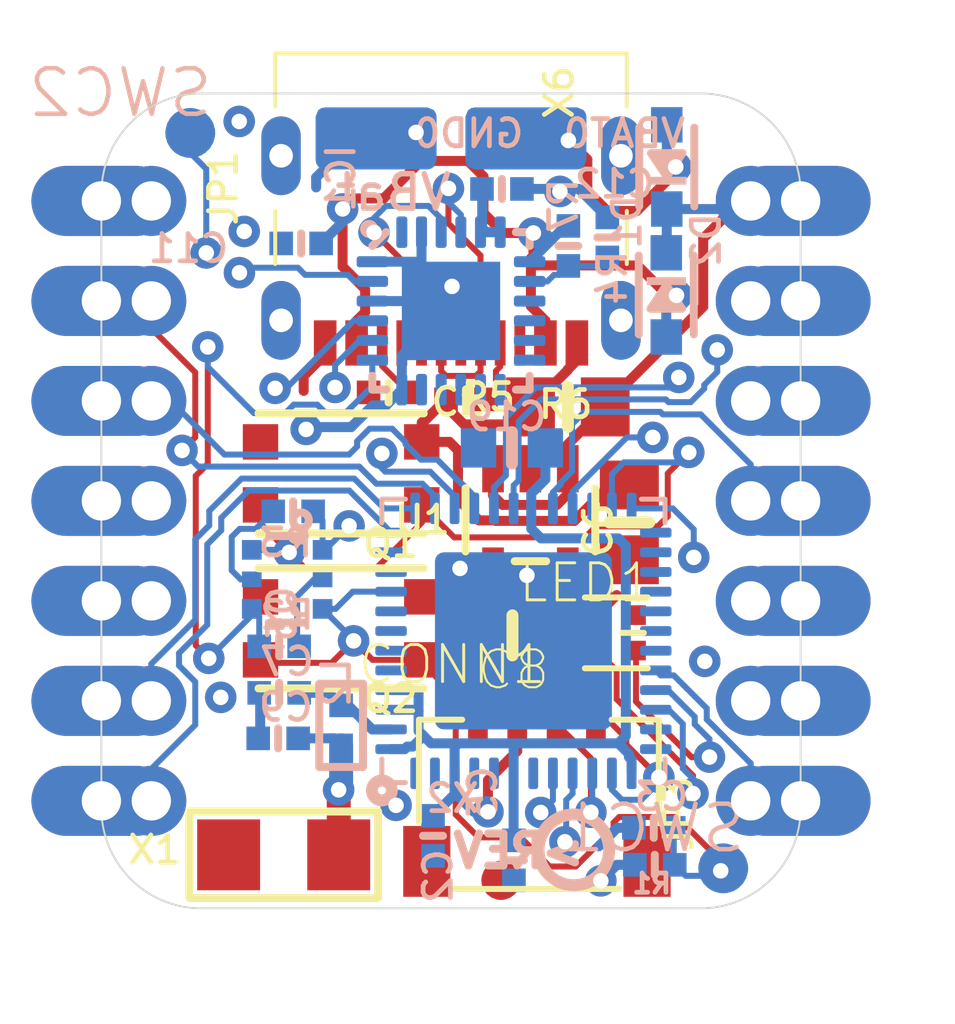
<source format=kicad_pcb>
(kicad_pcb (version 20211014) (generator pcbnew)
  (layers (0 "F.Cu" signal) (1 "In1.Cu" signal) (2 "In2.Cu" signal) (31 "B.Cu" signal) (34 "B.Paste" user) (35 "F.Paste" user) (36 "B.SilkS" user "B.Silkscreen") (37 "F.SilkS" user "F.Silkscreen") (38 "B.Mask" user) (39 "F.Mask" user) (44 "Edge.Cuts" user))
  (net 0 "")
  (net 1 "GND")
  (net 2 "D+")
  (net 3 "D-")
  (net 4 "VBUS")
  (net 5 "~{RESET}")
  (net 6 "3.3V")
  (net 7 "A0")
  (net 8 "CC1")
  (net 9 "CC2")
  (net 10 "A3")
  (net 11 "MOSI")
  (net 12 "MISO")
  (net 13 "SCK")
  (net 14 "SDA")
  (net 15 "A2")
  (net 16 "A1")
  (net 17 "SCL")
  (net 18 "NEOPIX")
  (net 19 "+5V")
  (net 20 "LNA")
  (net 21 "N$3")
  (net 22 "IO0")
  (net 23 "SDA1")
  (net 24 "SCL1")
  (net 25 "NEOPIX_PWR")
  (net 26 "TX")
  (net 27 "RX")
  (net 28 "VBAT")
  (net 29 "DTR")
  (net 30 "VBUS_DETECT")
  (net 31 "RXD0")
  (net 32 "TXD0")
  (net 33 "RTS")
  (net 34 "N$12")
  (net 35 "N$13")
  (net 36 "N$1")
  (footprint "boardEagle:USB_C_CUSB31-CFM2AX-01-X" (layer "F.Cu") (at 148.5011 97.4471 180)
    (fp_text reference "X6")
    (fp_text value "USB TYPE C")
  )
  (footprint "boardEagle:0805-NO" (layer "F.Cu") (at 153.035 105.5497 90)
    (fp_text reference "C6")
    (fp_text value "22uF")
  )
  (footprint "boardEagle:JST_SH4_SKINNY" (layer "F.Cu") (at 150.6855 112.776)
    (fp_text reference "CONN1")
    (fp_text value "STEMMA_I2C_QTSKINNY" hide)
  )
  (footprint "boardEagle:BTN_KMR2_4.6X2.8" (layer "F.Cu") (at 145.7071 104.3051 180)
    (fp_text reference "Q1")
    (fp_text value "BOOT0")
  )
  (footprint "boardEagle:FIDUCIAL_1MM" (layer "F.Cu") (at 145.8087 95.8596)
    (fp_text reference "U$6" hide)
    (fp_text value "FIDUCIAL_1MM" hide)
  )
  (footprint "boardEagle:FIDUCIAL_1MM" (layer "F.Cu") (at 149.7711 114.6429)
    (fp_text reference "U$8" hide)
    (fp_text value "FIDUCIAL_1MM" hide)
  )
  (footprint "boardEagle:1X07_CASTEL" (layer "F.Cu") (at 156.1211 105.0036 90)
    (fp_text reference "JP3")
    (fp_text value "")
  )
  (footprint "boardEagle:SK6805_1515" (layer "F.Cu") (at 152.7048 108.3564)
    (fp_text reference "LED1")
    (fp_text value "WS2812B_SK6805_1515")
  )
  (footprint "boardEagle:ANT_2450AT18B100" (layer "F.Cu") (at 144.2466 113.9952 180)
    (fp_text reference "X1")
    (fp_text value "2.4GHz")
  )
  (footprint "boardEagle:_0402NO" (layer "F.Cu") (at 148.8821 102.4255)
    (fp_text reference "R6")
    (fp_text value "5.1K")
  )
  (footprint "boardEagle:_0402NO" (layer "F.Cu") (at 146.9136 102.2477)
    (fp_text reference "R5")
    (fp_text value "5.1K")
  )
  (footprint "boardEagle:1X07_CASTEL" (layer "F.Cu") (at 140.8811 105.0036 -90)
    (fp_text reference "JP1")
    (fp_text value "")
  )
  (footprint "boardEagle:0805-NO" (layer "F.Cu") (at 150.0632 108.4199 180)
    (fp_text reference "C8")
    (fp_text value "22uF")
  )
  (footprint "boardEagle:0805-NO" (layer "F.Cu") (at 151.4729 102.616 180)
    (fp_text reference "C1")
    (fp_text value "22uF")
  )
  (footprint "boardEagle:SOT23-5" (layer "F.Cu") (at 150.5204 105.4862 180)
    (fp_text reference "U1")
    (fp_text value "AP2112K-3.3")
  )
  (footprint "boardEagle:BTN_KMR2_4.6X2.8" (layer "F.Cu") (at 145.7071 108.2421 180)
    (fp_text reference "Q2")
    (fp_text value "reset")
  )
  (footprint "boardEagle:QTPY_ESP32_TOP" (layer "F.Cu") (at 139.6111 115.3541)
    (fp_text reference "U$22" hide)
    (fp_text value "" hide)
  )
  (footprint "boardEagle:_0402NO" (layer "B.Cu") (at 144.4879 105.2703)
    (fp_text reference "R3")
    (fp_text value "10K")
  )
  (footprint "boardEagle:QFN48_7X7" (layer "B.Cu") (at 150.3426 108.5596)
    (fp_text reference "X2")
    (fp_text value "ESP-32-PICO-V3-02")
  )
  (footprint "boardEagle:_0402NO" (layer "B.Cu") (at 144.6911 98.4631 180)
    (fp_text reference "C11")
    (fp_text value "0.1uF")
  )
  (footprint "boardEagle:_0402NO" (layer "B.Cu") (at 153.6573 113.3094 180)
    (fp_text reference "C3")
    (fp_text value "1uF")
  )
  (footprint "boardEagle:_0402NO" (layer "B.Cu") (at 144.1323 108.6993 180)
    (fp_text reference "R2")
    (fp_text value "10K")
  )
  (footprint "boardEagle:_0402NO" (layer "B.Cu") (at 153.6827 114.2492)
    (fp_text reference "R1")
    (fp_text value "10K")
  )
  (footprint "boardEagle:B1,27" (layer "B.Cu") (at 141.8717 95.6564 180)
    (fp_text reference "SWC2")
    (fp_text value "TPB1,27")
  )
  (footprint "boardEagle:_0402NO" (layer "B.Cu") (at 151.4856 98.5266 90)
    (fp_text reference "R7")
    (fp_text value "10K")
  )
  (footprint "boardEagle:SOD-323_MINI" (layer "B.Cu") (at 153.9875 96.52 90)
    (fp_text reference "D2")
    (fp_text value "  NSR0320")
  )
  (footprint "boardEagle:_0402NO" (layer "B.Cu") (at 150.1013 114.1349 -90)
    (fp_text reference "C5")
    (fp_text value ".1uF")
  )
  (footprint "boardEagle:QFN24_4MM_SMSC" (layer "B.Cu") (at 148.5011 100.1776 -90)
    (fp_text reference "IC1")
    (fp_text value "CP2102N-24")
  )
  (footprint "boardEagle:TESTPOINT_PLUS_1X3MM" (layer "B.Cu") (at 150.4061 95.7961)
    (fp_text reference "VBAT0")
    (fp_text value "")
  )
  (footprint "boardEagle:_0402NO" (layer "B.Cu") (at 152.4762 98.3107 -90)
    (fp_text reference "R4")
    (fp_text value "22K")
  )
  (footprint "boardEagle:SOT363" (layer "B.Cu") (at 144.3355 106.9975 -90)
    (fp_text reference "Q5")
    (fp_text value "DUAL NPN")
  )
  (footprint "boardEagle:QTPY_ESP32_BOT" (layer "B.Cu") (at 157.3911 115.3541 180)
    (fp_text reference "U$3" hide)
    (fp_text value "" hide)
  )
  (footprint "boardEagle:SOD-323_MINI" (layer "B.Cu") (at 153.9748 99.7712 -90)
    (fp_text reference "D1")
    (fp_text value "  NSR0320")
  )
  (footprint "boardEagle:B1,27" (layer "B.Cu") (at 155.4226 114.3381 180)
    (fp_text reference "SWC1")
    (fp_text value "TPB1,27")
  )
  (footprint "boardEagle:PCBFEAT-REV-040" (layer "B.Cu") (at 151.6253 113.8682 180)
    (fp_text reference "U$12" hide)
    (fp_text value "" hide)
  )
  (footprint "boardEagle:_0402NO" (layer "B.Cu") (at 144.1323 109.8804 180)
    (fp_text reference "C7")
    (fp_text value "1.2pF")
  )
  (footprint "boardEagle:_0402NO" (layer "B.Cu") (at 148.0439 113.5126 -90)
    (fp_text reference "C2")
    (fp_text value "1uF")
  )
  (footprint "boardEagle:_0402NO" (layer "B.Cu") (at 149.7965 97.0788)
    (fp_text reference "C12")
    (fp_text value "1uF")
  )
  (footprint "boardEagle:_0402" (layer "B.Cu") (at 145.7071 110.7059 90)
    (fp_text reference "L2")
    (fp_text value "2.2nH")
  )
  (footprint "boardEagle:TESTPOINT_MINUS_1X3MM" (layer "B.Cu") (at 146.5961 95.7961)
    (fp_text reference "GND0")
    (fp_text value "")
  )
  (footprint "boardEagle:_0402NO" (layer "B.Cu") (at 144.1069 111.0361 180)
    (fp_text reference "C9")
    (fp_text value "1.2pF")
  )
  (footprint "boardEagle:0603-NO_WIDE" (layer "B.Cu") (at 150.0505 103.6574 180)
    (fp_text reference "C19")
    (fp_text value "1uF")
  )
  (gr_arc (start 157.3911 112.8141) (mid 156.647151 114.610151) (end 154.8511 115.3541) (layer "Edge.Cuts") (width 0.05))
  (gr_line (start 157.3911 97.1931) (end 157.3911 112.8141) (layer "Edge.Cuts") (width 0.05))
  (gr_arc (start 154.8511 94.6531) (mid 156.647151 95.397049) (end 157.3911 97.1931) (layer "Edge.Cuts") (width 0.05))
  (gr_line (start 154.8511 115.3541) (end 142.1511 115.3541) (layer "Edge.Cuts") (width 0.05))
  (gr_arc (start 142.1511 115.3541) (mid 140.355049 114.610151) (end 139.6111 112.8141) (layer "Edge.Cuts") (width 0.05))
  (gr_line (start 142.1511 94.6531) (end 154.8511 94.6531) (layer "Edge.Cuts") (width 0.05))
  (gr_line (start 139.6111 112.8141) (end 139.6111 97.1931) (layer "Edge.Cuts") (width 0.05))
  (gr_arc (start 139.6111 97.1931) (mid 140.355049 95.397049) (end 142.1511 94.6531) (layer "Edge.Cuts") (width 0.05))
  (gr_text "VBat" (at 147.0279 97.1677) (layer "B.SilkS") (effects (font (size 0.87376 0.87376) (thickness 0.14224)) (justify mirror)))
  (segment (start 147.7571 103.0171) (end 147.7571 103.5051) (width 0.254) (layer "F.Cu") (net 1))
  (segment (start 148.3741 102.4255) (end 148.2852 102.5144) (width 0.254) (layer "F.Cu") (net 1))
  (segment (start 145.3011 101.2821) (end 144.7546 101.8286) (width 0.254) (layer "F.Cu") (net 1))
  (segment (start 152.5499 104.5997) (end 151.638 105.5116) (width 0.254) (layer "F.Cu") (net 1))
  (segment (start 152.7121 107.3991) (end 152.7175 107.3991) (width 0.254) (layer "F.Cu") (net 1))
  (segment (start 149.628162 105.4989) (end 149.2123 105.4989) (width 0.254) (layer "F.Cu") (net 1))
  (segment (start 151.468 101.682832) (end 150.534831 102.616) (width 0.254) (layer "F.Cu") (net 1))
  (segment (start 147.8153 102.9589) (end 147.7571 103.0171) (width 0.254) (layer "F.Cu") (net 1))
  (segment (start 148.4631 103.5051) (end 147.7571 103.5051) (width 0.254) (layer "F.Cu") (net 1))
  (segment (start 148.6789 104.9655) (end 148.6789 103.7209) (width 0.254) (layer "F.Cu") (net 1))
  (segment (start 152.2048 107.9064) (end 152.7121 107.3991) (width 0.254) (layer "F.Cu") (net 1))
  (segment (start 151.7011 101.4353) (end 151.468 101.6684) (width 0.254) (layer "F.Cu") (net 1))
  (segment (start 148.2852 102.5144) (end 147.8407 102.9589) (width 0.254) (layer "F.Cu") (net 1))
  (segment (start 148.8313 103.0605) (end 148.2852 102.5144) (width 0.254) (layer "F.Cu") (net 1))
  (segment (start 149.640862 105.5116) (end 149.628162 105.4989) (width 0.254) (layer "F.Cu") (net 1))
  (segment (start 147.8407 102.9589) (end 147.8153 102.9589) (width 0.254) (layer "F.Cu") (net 1))
  (segment (start 151.638 105.5116) (end 149.640862 105.5116) (width 0.254) (layer "F.Cu") (net 1))
  (segment (start 150.5229 102.616) (end 150.0784 103.0605) (width 0.254) (layer "F.Cu") (net 1))
  (segment (start 150.534831 102.616) (end 150.5229 102.616) (width 0.254) (layer "F.Cu") (net 1))
  (segment (start 144.7546 101.8286) (end 144.7546 102.2096) (width 0.254) (layer "F.Cu") (net 1))
  (segment (start 151.468 101.6684) (end 151.468 101.682832) (width 0.254) (layer "F.Cu") (net 1))
  (segment (start 151.7011 100.9921) (end 151.7011 101.4353) (width 0.254) (layer "F.Cu") (net 1))
  (segment (start 150.0784 103.0605) (end 148.8313 103.0605) (width 0.254) (layer "F.Cu") (net 1))
  (segment (start 153.035 104.5997) (end 152.5499 104.5997) (width 0.254) (layer "F.Cu") (net 1))
  (segment (start 145.3011 100.9921) (end 145.3011 101.2821) (width 0.254) (layer "F.Cu") (net 1))
  (segment (start 149.2123 105.4989) (end 148.6789 104.9655) (width 0.254) (layer "F.Cu") (net 1))
  (segment (start 148.6789 103.7209) (end 148.4631 103.5051) (width 0.254) (layer "F.Cu") (net 1))
  (via (at 148.5265 99.5553) (size 0.8001) (drill 0.3937) (layers "F.Cu" "B.Cu") (net 1))
  (via (at 147.1041 112.7379) (size 0.8001) (drill 0.3937) (layers "F.Cu" "B.Cu") (net 1))
  (via (at 151.2697 97.1423) (size 0.8001) (drill 0.3937) (layers "F.Cu" "B.Cu") (net 1))
  (via (at 143.2433 98.1583) (size 0.8001) (drill 0.3937) (layers "F.Cu" "B.Cu") (net 1))
  (via (at 144.8181 103.1875) (size 0.8001) (drill 0.3937) (layers "F.Cu" "B.Cu") (net 1))
  (via (at 142.6464 109.9947) (size 0.8001) (drill 0.3937) (layers "F.Cu" "B.Cu") (net 1))
  (via (at 154.9527 109.0803) (size 0.8001) (drill 0.3937) (layers "F.Cu" "B.Cu") (net 1))
  (via (at 143.1163 95.3643) (size 0.8001) (drill 0.3937) (layers "F.Cu" "B.Cu") (net 1))
  (via (at 147.6121 95.6437) (size 0.8001) (drill 0.3937) (layers "F.Cu" "B.Cu") (net 1))
  (via (at 148.7297 106.7181) (size 0.8001) (drill 0.3937) (layers "F.Cu" "B.Cu") (net 1))
  (via (at 150.4315 106.8959) (size 0.8001) (drill 0.3937) (layers "F.Cu" "B.Cu") (net 1))
  (segment (start 153.1493 113.3094) (end 152.7302 113.3094) (width 0.254) (layer "B.Cu") (net 1))
  (segment (start 147.6121 95.6437) (end 146.9517 96.3041) (width 0.254) (layer "B.Cu") (net 1))
  (segment (start 147.4461 95.7461) (end 147.5485 95.6437) (width 0.254) (layer "B.Cu") (net 1))
  (segment (start 148.2511 99.9276) (end 148.5011 100.1776) (width 0.254) (layer "B.Cu") (net 1))
  (segment (start 147.2511 102.1776) (end 146.8508 102.5779) (width 0.254) (layer "B.Cu") (net 1))
  (segment (start 146.5141 102.5779) (end 145.9632 103.1288) (width 0.254) (layer "B.Cu") (net 1))
  (segment (start 151.7523 97.0788) (end 152.4762 97.8027) (width 0.254) (layer "B.Cu") (net 1))
  (segment (start 146.8508 102.5779) (end 146.5141 102.5779) (width 0.254) (layer "B.Cu") (net 1))
  (segment (start 143.6243 109.8804) (end 143.6497 109.9058) (width 0.254) (layer "B.Cu") (net 1))
  (segment (start 143.6497 109.9058) (end 143.6497 110.9853) (width 0.254) (layer "B.Cu") (net 1))
  (segment (start 147.2511 102.1776) (end 147.2511 101.3133) (width 0.254) (layer "B.Cu") (net 1))
  (segment (start 150.3045 97.0788) (end 151.7523 97.0788) (width 0.254) (layer "B.Cu") (net 1))
  (segment (start 147.2511 101.3133) (end 148.3868 100.1776) (width 0.254) (layer "B.Cu") (net 1))
  (segment (start 143.6497 110.9853) (end 143.5989 111.0361) (width 0.254) (layer "B.Cu") (net 1))
  (segment (start 146.5011 98.9276) (end 147.594 98.9276) (width 0.254) (layer "B.Cu") (net 1))
  (segment (start 147.5485 95.6437) (end 147.6121 95.6437) (width 0.254) (layer "B.Cu") (net 1))
  (segment (start 147.7511 98.1776) (end 147.7511 99.0847) (width 0.254) (layer "B.Cu") (net 1))
  (segment (start 146.5011 99.9276) (end 148.2511 99.9276) (width 0.254) (layer "B.Cu") (net 1))
  (segment (start 146.9517 96.3041) (end 145.5547 96.3041) (width 0.254) (layer "B.Cu") (net 1))
  (segment (start 145.5547 96.3041) (end 145.0721 96.7867) (width 0.254) (layer "B.Cu") (net 1))
  (segment (start 145.0721 96.7867) (end 145.0721 97.0407) (width 0.254) (layer "B.Cu") (net 1))
  (segment (start 147.594 98.9276) (end 147.7511 99.0847) (width 0.254) (layer "B.Cu") (net 1))
  (segment (start 144.8768 103.1288) (end 144.8181 103.1875) (width 0.254) (layer "B.Cu") (net 1))
  (segment (start 147.7511 99.0847) (end 148.2217 99.5553) (width 0.254) (layer "B.Cu") (net 1))
  (segment (start 148.3868 100.1776) (end 148.5011 100.1776) (width 0.254) (layer "B.Cu") (net 1))
  (segment (start 148.2217 99.5553) (end 148.5265 99.5553) (width 0.254) (layer "B.Cu") (net 1))
  (segment (start 145.9632 103.1288) (end 144.8768 103.1288) (width 0.254) (layer "B.Cu") (net 1))
  (segment (start 152.7302 113.3094) (end 152.2603 113.7793) (width 0.254) (layer "B.Cu") (net 1))
  (segment (start 148.7511 100.9921) (end 148.7511 100.2625) (width 0.1524) (layer "F.Cu") (net 2))
  (segment (start 147.7511 99.39105) (end 146.54375 98.1837) (width 0.1524) (layer "F.Cu") (net 2))
  (segment (start 148.017112 100.1903) (end 147.7511 100.1903) (width 0.1524) (layer "F.Cu") (net 2))
  (segment (start 148.7511 100.2625) (end 148.6771 100.1885) (width 0.1524) (layer "F.Cu") (net 2))
  (segment (start 147.7511 100.1903) (end 147.7511 99.39105) (width 0.1524) (layer "F.Cu") (net 2))
  (segment (start 147.7511 100.9921) (end 147.7511 100.1903) (width 0.1524) (layer "F.Cu") (net 2))
  (segment (start 148.6771 100.1885) (end 148.018912 100.1885) (width 0.1524) (layer "F.Cu") (net 2))
  (segment (start 148.018912 100.1885) (end 148.017112 100.1903) (width 0.1524) (layer "F.Cu") (net 2))
  (via (at 146.54375 98.1837) (size 0.8001) (drill 0.3937) (layers "F.Cu" "B.Cu") (net 2))
  (segment (start 147.92805 97.5106) (end 146.84855 97.5106) (width 0.1524) (layer "B.Cu") (net 2))
  (segment (start 146.84855 97.5106) (end 146.54375 97.8154) (width 0.1524) (layer "B.Cu") (net 2))
  (segment (start 146.54375 97.8154) (end 146.54375 98.1837) (width 0.1524) (layer "B.Cu") (net 2))
  (segment (start 148.2511 98.1776) (end 148.2511 97.83365) (width 0.1524) (layer "B.Cu") (net 2))
  (segment (start 148.2511 97.83365) (end 147.92805 97.5106) (width 0.1524) (layer "B.Cu") (net 2))
  (segment (start 149.2511 101.7136) (end 149.1361 101.8286) (width 0.1524) (layer "F.Cu") (net 3))
  (segment (start 149.2511 100.9921) (end 149.2511 98.77015) (width 0.1524) (layer "F.Cu") (net 3))
  (segment (start 148.3741 101.8286) (end 148.2511 101.7056) (width 0.1524) (layer "F.Cu") (net 3))
  (segment (start 149.2511 100.9921) (end 149.2511 101.7136) (width 0.1524) (layer "F.Cu") (net 3))
  (segment (start 149.1361 101.8286) (end 148.3741 101.8286) (width 0.1524) (layer "F.Cu") (net 3))
  (segment (start 149.2511 98.77015) (end 148.43605 97.9551) (width 0.1524) (layer "F.Cu") (net 3))
  (segment (start 148.2511 101.7056) (end 148.2511 100.9921) (width 0.1524) (layer "F.Cu") (net 3))
  (segment (start 148.43605 97.9551) (end 148.43605 97.0661) (width 0.1524) (layer "F.Cu") (net 3))
  (via (at 148.43605 97.0661) (size 0.8001) (drill 0.3937) (layers "F.Cu" "B.Cu") (net 3))
  (segment (start 148.43605 97.0661) (end 148.4336 97.06855) (width 0.1524) (layer "B.Cu") (net 3))
  (segment (start 148.7511 97.7331) (end 148.4336 97.4156) (width 0.1524) (layer "B.Cu") (net 3))
  (segment (start 148.7511 97.7331) (end 148.7511 98.1776) (width 0.1524) (layer "B.Cu") (net 3))
  (segment (start 148.4336 97.06855) (end 148.4336 97.4156) (width 0.1524) (layer "B.Cu") (net 3))
  (segment (start 148.9329 96.3676) (end 149.3266 96.7613) (width 0.254) (layer "F.Cu") (net 4))
  (segment (start 147.7391 96.3676) (end 148.9329 96.3676) (width 0.254) (layer "F.Cu") (net 4))
  (segment (start 150.5966 98.8441) (end 150.5966 98.19795) (width 0.254) (layer "F.Cu") (net 4))
  (segment (start 150.5331 100.057538) (end 150.5331 98.8441) (width 0.254) (layer "F.Cu") (net 4))
  (segment (start 150.9011 100.9921) (end 150.9011 100.425538) (width 0.254) (layer "F.Cu") (net 4))
  (segment (start 145.7452 97.5868) (end 146.0119 97.3201) (width 0.254) (layer "F.Cu") (net 4))
  (segment (start 150.9011 100.425538) (end 150.5331 100.057538) (width 0.254) (layer "F.Cu") (net 4))
  (segment (start 146.1011 100.9921) (end 146.1011 100.425538) (width 0.254) (layer "F.Cu") (net 4))
  (segment (start 145.7452 99.052763) (end 145.7452 97.5868) (width 0.254) (layer "F.Cu") (net 4))
  (segment (start 146.1011 100.425538) (end 146.3171 100.209538) (width 0.254) (layer "F.Cu") (net 4))
  (segment (start 150.5966 99.0219) (end 150.5966 98.8441) (width 0.254) (layer "F.Cu") (net 4))
  (segment (start 146.0119 97.3201) (end 146.7866 97.3201) (width 0.254) (layer "F.Cu") (net 4))
  (segment (start 149.8346 98.19795) (end 149.3266 97.68995) (width 0.254) (layer "F.Cu") (net 4))
  (segment (start 146.3171 99.624663) (end 145.7452 99.052763) (width 0.254) (layer "F.Cu") (net 4))
  (segment (start 149.8346 98.19795) (end 150.5966 98.19795) (width 0.254) (layer "F.Cu") (net 4))
  (segment (start 154.00655 99.7839) (end 153.24455 99.0219) (width 0.254) (layer "F.Cu") (net 4))
  (segment (start 153.24455 99.0219) (end 150.5966 99.0219) (width 0.254) (layer "F.Cu") (net 4))
  (segment (start 149.3266 96.7613) (end 149.3266 97.68995) (width 0.254) (layer "F.Cu") (net 4))
  (segment (start 146.3171 100.209538) (end 146.3171 99.624663) (width 0.254) (layer "F.Cu") (net 4))
  (segment (start 147.7391 96.3676) (end 146.7866 97.3201) (width 0.254) (layer "F.Cu") (net 4))
  (segment (start 154.23515 99.7839) (end 154.00655 99.7839) (width 0.254) (layer "F.Cu") (net 4))
  (segment (start 150.5966 98.8441) (end 150.5331 98.8441) (width 0.254) (layer "F.Cu") (net 4))
  (via (at 150.5966 98.19795) (size 0.8001) (drill 0.3937) (layers "F.Cu" "B.Cu") (net 4))
  (via (at 145.7452 97.5868) (size 0.8001) (drill 0.3937) (layers "F.Cu" "B.Cu") (net 4))
  (via (at 154.23515 99.7839) (size 0.8001) (drill 0.3937) (layers "F.Cu" "B.Cu") (net 4))
  (segment (start 145.7452 97.5868) (end 145.7452 97.917) (width 0.254) (layer "B.Cu") (net 4))
  (segment (start 150.90295 98.19795) (end 151.06685 98.36185) (width 0.254) (layer "B.Cu") (net 4))
  (segment (start 151.4101 98.0186) (end 151.4856 98.0186) (width 0.254) (layer "B.Cu") (net 4))
  (segment (start 145.7452 97.917) (end 145.1991 98.4631) (width 0.254) (layer "B.Cu") (net 4))
  (segment (start 150.5966 98.19795) (end 150.90295 98.19795) (width 0.254) (layer "B.Cu") (net 4))
  (segment (start 150.5011 98.9276) (end 151.06685 98.36185) (width 0.254) (layer "B.Cu") (net 4))
  (segment (start 151.06685 98.36185) (end 151.4101 98.0186) (width 0.254) (layer "B.Cu") (net 4))
  (segment (start 153.9748 100.8412) (end 153.9748 100.04425) (width 0.254) (layer "B.Cu") (net 4))
  (segment (start 153.9748 100.04425) (end 154.23515 99.7839) (width 0.254) (layer "B.Cu") (net 4))
  (segment (start 146.0246 108.5596) (end 146.5071 109.0421) (width 0.1524) (layer "F.Cu") (net 5))
  (segment (start 152.777318 113.0334) (end 152.636218 113.1745) (width 0.1524) (layer "F.Cu") (net 5))
  (segment (start 152.636218 113.1745) (end 152.636218 113.32695) (width 0.1524) (layer "F.Cu") (net 5))
  (segment (start 143.7333 109.1183) (end 143.6571 109.0421) (width 0.1524) (layer "F.Cu") (net 5))
  (segment (start 148.6207 112.971563) (end 149.200021 113.550885) (width 0.1524) (layer "F.Cu") (net 5))
  (segment (start 145.4659 109.1183) (end 143.7333 109.1183) (width 0.1524) (layer "F.Cu") (net 5))
  (segment (start 148.6207 110.0708) (end 147.7571 109.0421) (width 0.1524) (layer "F.Cu") (net 5))
  (segment (start 151.671068 114.2921) (end 151.010568 114.2921) (width 0.1524) (layer "F.Cu") (net 5))
  (segment (start 146.0246 108.5596) (end 145.4659 109.1183) (width 0.1524) (layer "F.Cu") (net 5))
  (segment (start 150.269353 113.550885) (end 151.010568 114.2921) (width 0.1524) (layer "F.Cu") (net 5))
  (segment (start 148.6207 110.0708) (end 148.6207 112.971563) (width 0.1524) (layer "F.Cu") (net 5))
  (segment (start 155.3591 114.4016) (end 155.3591 114.1476) (width 0.1524) (layer "F.Cu") (net 5))
  (segment (start 146.5071 109.0421) (end 147.7571 109.0421) (width 0.1524) (layer "F.Cu") (net 5))
  (segment (start 149.200021 113.550885) (end 150.269353 113.550885) (width 0.1524) (layer "F.Cu") (net 5))
  (segment (start 154.2449 113.0334) (end 152.777318 113.0334) (width 0.1524) (layer "F.Cu") (net 5))
  (segment (start 155.3591 114.1476) (end 154.2449 113.0334) (width 0.1524) (layer "F.Cu") (net 5))
  (segment (start 152.636218 113.32695) (end 151.671068 114.2921) (width 0.1524) (layer "F.Cu") (net 5))
  (via (at 155.3591 114.4016) (size 0.8001) (drill 0.3937) (layers "F.Cu" "B.Cu") (net 5))
  (via (at 146.0246 108.5596) (size 0.8001) (drill 0.3937) (layers "F.Cu" "B.Cu") (net 5))
  (segment (start 146.0036 107.3096) (end 145.5657 107.7475) (width 0.1524) (layer "B.Cu") (net 5))
  (segment (start 146.0246 108.5366) (end 145.2355 107.7475) (width 0.1524) (layer "B.Cu") (net 5))
  (segment (start 154.1907 114.2492) (end 154.4701 114.5286) (width 0.1524) (layer "B.Cu") (net 5))
  (segment (start 155.3591 114.4016) (end 155.2321 114.5286) (width 0.1524) (layer "B.Cu") (net 5))
  (segment (start 154.1653 114.2238) (end 154.1907 114.2492) (width 0.1524) (layer "B.Cu") (net 5))
  (segment (start 155.2321 114.5286) (end 154.4701 114.5286) (width 0.1524) (layer "B.Cu") (net 5))
  (segment (start 154.1653 113.3094) (end 154.1653 114.2238) (width 0.1524) (layer "B.Cu") (net 5))
  (segment (start 145.5657 107.7475) (end 145.2355 107.7475) (width 0.1524) (layer "B.Cu") (net 5))
  (segment (start 146.9776 107.3096) (end 146.0036 107.3096) (width 0.1524) (layer "B.Cu") (net 5))
  (segment (start 155.4226 114.3381) (end 155.3591 114.4016) (width 0.1524) (layer "B.Cu") (net 5))
  (segment (start 146.0246 108.5596) (end 146.0246 108.5366) (width 0.1524) (layer "B.Cu") (net 5))
  (segment (start 150.1855 110.262) (end 150.1855 109.2476) (width 0.254) (layer "F.Cu") (net 6))
  (segment (start 150.1855 111.3583) (end 149.44104 112.10276) (width 0.254) (layer "F.Cu") (net 6))
  (segment (start 151.4704 106.7863) (end 151.757 106.4997) (width 0.254) (layer "F.Cu") (net 6))
  (segment (start 150.1855 110.262) (end 150.1855 111.3583) (width 0.254) (layer "F.Cu") (net 6))
  (segment (start 151.757 106.4997) (end 153.035 106.4997) (width 0.254) (layer "F.Cu") (net 6))
  (segment (start 149.44104 112.10276) (end 149.44104 112.90286) (width 0.254) (layer "F.Cu") (net 6))
  (segment (start 151.0132 108.4199) (end 151.4704 107.9627) (width 0.254) (layer "F.Cu") (net 6))
  (segment (start 151.4704 107.9627) (end 151.4704 106.7863) (width 0.254) (layer "F.Cu") (net 6))
  (segment (start 150.1855 109.2476) (end 151.0132 108.4199) (width 0.254) (layer "F.Cu") (net 6))
  (via (at 149.44104 112.90286) (size 0.8001) (drill 0.3937) (layers "F.Cu" "B.Cu") (net 6))
  (via (at 152.3111 114.6556) (size 0.8001) (drill 0.3937) (layers "F.Cu" "B.Cu") (net 6))
  (segment (start 148.5926 111.2621) (end 148.5926 111.9246) (width 0.254) (layer "B.Cu") (net 6))
  (segment (start 152.9461 110.9726) (end 152.7556 111.1631) (width 0.254) (layer "B.Cu") (net 6))
  (segment (start 150.0251 111.1631) (end 152.7556 111.1631) (width 0.254) (layer "B.Cu") (net 6))
  (segment (start 150.1013 113.6269) (end 150.0926 113.6182) (width 0.254) (layer "B.Cu") (net 6))
  (segment (start 150.5426 104.8136) (end 150.5426 105.1946) (width 0.254) (layer "B.Cu") (net 6))
  (segment (start 153.0282 111.513719) (end 153.0926 111.578119) (width 0.254) (layer "B.Cu") (net 6))
  (segment (start 147.6756 110.8456) (end 147.6756 110.3376) (width 0.254) (layer "B.Cu") (net 6))
  (segment (start 147.6476 110.3096) (end 147.6756 110.3376) (width 0.254) (layer "B.Cu") (net 6))
  (segment (start 146.9776 110.3096) (end 147.6476 110.3096) (width 0.254) (layer "B.Cu") (net 6))
  (segment (start 147.6756 109.8931) (end 147.5921 109.8096) (width 0.254) (layer "B.Cu") (net 6))
  (segment (start 147.388481 111.2452) (end 147.53 111.2452) (width 0.254) (layer "B.Cu") (net 6))
  (segment (start 149.08544 112.90286) (end 149.44104 112.90286) (width 0.254) (layer "B.Cu") (net 6))
  (segment (start 153.1747 114.2492) (end 152.7175 114.2492) (width 0.254) (layer "B.Cu") (net 6))
  (segment (start 153.0282 111.4357) (end 153.0282 111.513719) (width 0.254) (layer "B.Cu") (net 6))
  (segment (start 152.9461 106.1466) (end 152.9461 110.9726) (width 0.254) (layer "B.Cu") (net 6))
  (segment (start 149.08544 112.90286) (end 148.5926 112.410019) (width 0.254) (layer "B.Cu") (net 6))
  (segment (start 148.5926 111.2621) (end 148.6916 111.1631) (width 0.254) (layer "B.Cu") (net 6))
  (segment (start 150.5426 105.1946) (end 150.5426 105.7116) (width 0.254) (layer "B.Cu") (net 6))
  (segment (start 148.5926 111.9246) (end 148.5926 112.4559) (width 0.254) (layer "B.Cu") (net 6))
  (segment (start 148.5926 111.9246) (end 148.5926 112.410019) (width 0.254) (layer "B.Cu") (net 6))
  (segment (start 146.9776 111.3096) (end 147.324081 111.3096) (width 0.254) (layer "B.Cu") (net 6))
  (segment (start 147.6756 110.3376) (end 147.6756 109.8931) (width 0.254) (layer "B.Cu") (net 6))
  (segment (start 147.9931 111.1631) (end 147.8026 110.9726) (width 0.254) (layer "B.Cu") (net 6))
  (segment (start 150.0926 111.2306) (end 150.0251 111.1631) (width 0.254) (layer "B.Cu") (net 6))
  (segment (start 150.9005 104.4557) (end 150.5426 104.8136) (width 0.254) (layer "B.Cu") (net 6))
  (segment (start 147.8026 110.9726) (end 147.6756 110.8456) (width 0.254) (layer "B.Cu") (net 6))
  (segment (start 148.5926 112.4559) (end 148.0439 113.0046) (width 0.254) (layer "B.Cu") (net 6))
  (segment (start 147.324081 111.3096) (end 147.388481 111.2452) (width 0.254) (layer "B.Cu") (net 6))
  (segment (start 153.0926 111.578119) (end 153.0926 111.9246) (width 0.254) (layer "B.Cu") (net 6))
  (segment (start 152.7556 105.9561) (end 152.9461 106.1466) (width 0.254) (layer "B.Cu") (net 6))
  (segment (start 150.9005 103.6574) (end 150.9005 104.4557) (width 0.254) (layer "B.Cu") (net 6))
  (segment (start 150.5426 105.7116) (end 150.7871 105.9561) (width 0.254) (layer "B.Cu") (net 6))
  (segment (start 150.0926 111.2306) (end 150.0926 111.9246) (width 0.254) (layer "B.Cu") (net 6))
  (segment (start 152.7556 111.1631) (end 153.0282 111.4357) (width 0.254) (layer "B.Cu") (net 6))
  (segment (start 157.3911 102.4636) (end 156.1211 102.4636) (width 0.254) (layer "B.Cu") (net 6))
  (segment (start 150.7871 105.9561) (end 152.7556 105.9561) (width 0.254) (layer "B.Cu") (net 6))
  (segment (start 150.0926 111.9246) (end 150.0926 113.6182) (width 0.254) (layer "B.Cu") (net 6))
  (segment (start 147.53 111.2452) (end 147.8026 110.9726) (width 0.254) (layer "B.Cu") (net 6))
  (segment (start 147.5921 109.8096) (end 146.9776 109.8096) (width 0.254) (layer "B.Cu") (net 6))
  (segment (start 148.6916 111.1631) (end 147.9931 111.1631) (width 0.254) (layer "B.Cu") (net 6))
  (segment (start 152.3111 114.6556) (end 152.7175 114.2492) (width 0.254) (layer "B.Cu") (net 6))
  (segment (start 148.6916 111.1631) (end 150.0251 111.1631) (width 0.254) (layer "B.Cu") (net 6))
  (via (at 146.74235 103.7971) (size 0.8001) (drill 0.3937) (layers "F.Cu" "B.Cu") (net 7))
  (segment (start 139.6111 97.3836) (end 140.8811 97.3836) (width 0.254) (layer "B.Cu") (net 7))
  (segment (start 148.5926 105.1946) (end 148.5926 104.882925) (width 0.1524) (layer "B.Cu") (net 7))
  (segment (start 146.74235 103.7971) (end 146.74235 104.174182) (width 0.1524) (layer "B.Cu") (net 7))
  (segment (start 146.829368 104.2612) (end 146.74235 104.174182) (width 0.1524) (layer "B.Cu") (net 7))
  (segment (start 147.970875 104.2612) (end 146.829368 104.2612) (width 0.1524) (layer "B.Cu") (net 7))
  (segment (start 148.5926 104.882925) (end 147.970875 104.2612) (width 0.1524) (layer "B.Cu") (net 7))
  (segment (start 149.7511 101.5946) (end 149.6441 101.7016) (width 0.1524) (layer "F.Cu") (net 8))
  (segment (start 149.7511 100.9921) (end 149.7511 101.5946) (width 0.1524) (layer "F.Cu") (net 8))
  (segment (start 149.6441 101.7016) (end 149.6441 102.1715) (width 0.1524) (layer "F.Cu") (net 8))
  (segment (start 149.6441 102.1715) (end 149.3901 102.4255) (width 0.1524) (layer "F.Cu") (net 8))
  (segment (start 146.7511 101.5772) (end 147.4216 102.2477) (width 0.1524) (layer "F.Cu") (net 9))
  (segment (start 146.7511 100.9921) (end 146.7511 101.5772) (width 0.1524) (layer "F.Cu") (net 9))
  (via (at 153.6319 103.3907) (size 0.8001) (drill 0.3937) (layers "F.Cu" "B.Cu") (net 10))
  (segment (start 139.6111 105.0036) (end 140.8811 105.0036) (width 0.254) (layer "B.Cu") (net 10))
  (segment (start 151.5926 105.1946) (end 151.5926 104.7696) (width 0.1524) (layer "B.Cu") (net 10))
  (segment (start 152.9715 103.3907) (end 153.6319 103.3907) (width 0.1524) (layer "B.Cu") (net 10))
  (segment (start 151.5926 104.7696) (end 152.9715 103.3907) (width 0.1524) (layer "B.Cu") (net 10))
  (segment (start 151.5791 104.252088) (end 151.2878 104.543388) (width 0.1524) (layer "B.Cu") (net 11))
  (segment (start 153.886593 102.8065) (end 153.82235 102.742257) (width 0.1524) (layer "B.Cu") (net 11))
  (segment (start 151.5791 103.0559) (end 151.5791 104.252088) (width 0.1524) (layer "B.Cu") (net 11))
  (segment (start 151.892743 102.742257) (end 151.5791 103.0559) (width 0.1524) (layer "B.Cu") (net 11))
  (segment (start 151.2878 104.590313) (end 151.0926 104.785513) (width 0.1524) (layer "B.Cu") (net 11))
  (segment (start 153.82235 102.742257) (end 151.892743 102.742257) (width 0.1524) (layer "B.Cu") (net 11))
  (segment (start 154.8511 102.8065) (end 156.1211 104.0765) (width 0.1524) (layer "B.Cu") (net 11))
  (segment (start 157.3911 105.0036) (end 156.1211 105.0036) (width 0.254) (layer "B.Cu") (net 11))
  (segment (start 151.2878 104.543388) (end 151.2878 104.590313) (width 0.1524) (layer "B.Cu") (net 11))
  (segment (start 154.8511 102.8065) (end 153.886593 102.8065) (width 0.1524) (layer "B.Cu") (net 11))
  (segment (start 156.1211 104.0765) (end 156.1211 105.0036) (width 0.1524) (layer "B.Cu") (net 11))
  (segment (start 151.0926 104.785513) (end 151.0926 105.1946) (width 0.1524) (layer "B.Cu") (net 11))
  (via (at 155.270621 101.168622) (size 0.8001) (drill 0.3937) (layers "F.Cu" "B.Cu") (net 12))
  (segment (start 150.2196 104.4834) (end 150.2196 102.992257) (width 0.1524) (layer "B.Cu") (net 12))
  (segment (start 150.786356 102.4255) (end 153.96205 102.4255) (width 0.1524) (layer "B.Cu") (net 12))
  (segment (start 155.270621 101.727422) (end 155.270621 101.168622) (width 0.1524) (layer "B.Cu") (net 12))
  (segment (start 150.2196 102.992257) (end 150.786356 102.4255) (width 0.1524) (layer "B.Cu") (net 12))
  (segment (start 157.3911 107.5436) (end 156.1211 107.5436) (width 0.254) (layer "B.Cu") (net 12))
  (segment (start 153.96205 102.4255) (end 154.0319 102.49535) (width 0.1524) (layer "B.Cu") (net 12))
  (segment (start 150.0926 105.1946) (end 150.0926 104.6104) (width 0.1524) (layer "B.Cu") (net 12))
  (segment (start 154.0319 102.49535) (end 154.596056 102.49535) (width 0.1524) (layer "B.Cu") (net 12))
  (segment (start 150.0926 104.6104) (end 150.2196 104.4834) (width 0.1524) (layer "B.Cu") (net 12))
  (segment (start 154.596056 102.49535) (end 154.940421 102.150985) (width 0.1524) (layer "B.Cu") (net 12))
  (segment (start 154.940421 102.150985) (end 154.940421 102.057622) (width 0.1524) (layer "B.Cu") (net 12))
  (segment (start 155.270621 101.727422) (end 154.940421 102.057622) (width 0.1524) (layer "B.Cu") (net 12))
  (via (at 154.2923 101.8667) (size 0.8001) (drill 0.3937) (layers "F.Cu" "B.Cu") (net 13))
  (segment (start 150.6601 102.1207) (end 154.0383 102.1207) (width 0.1524) (layer "B.Cu") (net 13))
  (segment (start 149.5926 105.1946) (end 149.5926 104.6612) (width 0.1524) (layer "B.Cu") (net 13))
  (segment (start 149.8974 102.8834) (end 150.6601 102.1207) (width 0.1524) (layer "B.Cu") (net 13))
  (segment (start 154.0383 102.1207) (end 154.2923 101.8667) (width 0.1524) (layer "B.Cu") (net 13))
  (segment (start 149.8974 104.3564) (end 149.8974 102.8834) (width 0.1524) (layer "B.Cu") (net 13))
  (segment (start 157.3911 110.0836) (end 156.1211 110.0836) (width 0.254) (layer "B.Cu") (net 13))
  (segment (start 149.8974 104.3564) (end 149.5926 104.6612) (width 0.1524) (layer "B.Cu") (net 13))
  (via (at 154.6733 106.4387) (size 0.8001) (drill 0.3937) (layers "F.Cu" "B.Cu") (net 14))
  (segment (start 153.0926 105.1946) (end 154.1404 105.1946) (width 0.1524) (layer "B.Cu") (net 14))
  (segment (start 154.6733 105.7275) (end 154.1404 105.1946) (width 0.1524) (layer "B.Cu") (net 14))
  (segment (start 154.6733 106.4387) (end 154.6733 105.7275) (width 0.1524) (layer "B.Cu") (net 14))
  (segment (start 139.6111 107.5436) (end 140.8811 107.5436) (width 0.254) (layer "B.Cu") (net 14))
  (segment (start 146.1137 103.4859) (end 146.1137 103.6239) (width 0.1524) (layer "B.Cu") (net 15))
  (segment (start 147.00275 103.16845) (end 146.43115 103.16845) (width 0.1524) (layer "B.Cu") (net 15))
  (segment (start 147.3456 103.5113) (end 147.00275 103.16845) (width 0.1524) (layer "B.Cu") (net 15))
  (segment (start 149.0926 105.1946) (end 149.0926 104.882925) (width 0.1524) (layer "B.Cu") (net 15))
  (segment (start 148.762 104.566) (end 148.1524 103.9564) (width 0.1524) (layer "B.Cu") (net 15))
  (segment (start 146.1137 103.6239) (end 145.9103 103.8273) (width 0.1524) (layer "B.Cu") (net 15))
  (segment (start 147.3456 103.5629) (end 147.3456 103.5113) (width 0.1524) (layer "B.Cu") (net 15))
  (segment (start 149.0926 104.882925) (end 148.775675 104.566) (width 0.1524) (layer "B.Cu") (net 15))
  (segment (start 146.43115 103.16845) (end 146.1137 103.4859) (width 0.1524) (layer "B.Cu") (net 15))
  (segment (start 141.3764 102.4636) (end 140.8811 102.4636) (width 0.1524) (layer "B.Cu") (net 15))
  (segment (start 148.775675 104.566) (end 148.762 104.566) (width 0.1524) (layer "B.Cu") (net 15))
  (segment (start 145.9103 103.8273) (end 142.7401 103.8273) (width 0.1524) (layer "B.Cu") (net 15))
  (segment (start 139.6111 102.4636) (end 140.8811 102.4636) (width 0.254) (layer "B.Cu") (net 15))
  (segment (start 147.7391 103.9564) (end 147.3456 103.5629) (width 0.1524) (layer "B.Cu") (net 15))
  (segment (start 148.1524 103.9564) (end 147.7391 103.9564) (width 0.1524) (layer "B.Cu") (net 15))
  (segment (start 142.7401 103.8273) (end 141.3764 102.4636) (width 0.1524) (layer "B.Cu") (net 15))
  (segment (start 141.66215 103.7209) (end 141.9987 103.38435) (width 0.1524) (layer "F.Cu") (net 16))
  (segment (start 141.9987 101.7397) (end 140.8811 100.6221) (width 0.1524) (layer "F.Cu") (net 16))
  (segment (start 140.8811 100.6221) (end 140.8811 99.9236) (width 0.1524) (layer "F.Cu") (net 16))
  (segment (start 141.9987 103.38435) (end 141.9987 101.7397) (width 0.1524) (layer "F.Cu") (net 16))
  (via (at 141.66215 103.7209) (size 0.8001) (drill 0.3937) (layers "F.Cu" "B.Cu") (net 16))
  (segment (start 146.601512 104.566) (end 146.167612 104.1321) (width 0.1524) (layer "B.Cu") (net 16))
  (segment (start 146.167612 104.1321) (end 142.07335 104.1321) (width 0.1524) (layer "B.Cu") (net 16))
  (segment (start 148.0926 105.1946) (end 148.0926 104.882925) (width 0.1524) (layer "B.Cu") (net 16))
  (segment (start 139.6111 99.9236) (end 140.8811 99.9236) (width 0.254) (layer "B.Cu") (net 16))
  (segment (start 148.0926 104.882925) (end 147.775675 104.566) (width 0.1524) (layer "B.Cu") (net 16))
  (segment (start 142.07335 104.1321) (end 141.66215 103.7209) (width 0.1524) (layer "B.Cu") (net 16))
  (segment (start 147.775675 104.566) (end 146.601512 104.566) (width 0.1524) (layer "B.Cu") (net 16))
  (segment (start 147.5926 105.1946) (end 146.799056 105.1946) (width 0.1524) (layer "B.Cu") (net 17))
  (segment (start 140.8811 109.144494) (end 140.8811 110.0836) (width 0.1524) (layer "B.Cu") (net 17))
  (segment (start 141.9987 108.026894) (end 140.8811 109.144494) (width 0.1524) (layer "B.Cu") (net 17))
  (segment (start 146.799056 105.1946) (end 146.041356 104.4369) (width 0.1524) (layer "B.Cu") (net 17))
  (segment (start 139.6111 110.0836) (end 140.8811 110.0836) (width 0.254) (layer "B.Cu") (net 17))
  (segment (start 143.175743 104.4369) (end 142.3543 105.258344) (width 0.1524) (layer "B.Cu") (net 17))
  (segment (start 141.9987 105.9815) (end 141.9987 108.026894) (width 0.1524) (layer "B.Cu") (net 17))
  (segment (start 146.041356 104.4369) (end 143.175743 104.4369) (width 0.1524) (layer "B.Cu") (net 17))
  (segment (start 142.3543 105.6259) (end 141.9987 105.9815) (width 0.1524) (layer "B.Cu") (net 17))
  (segment (start 142.3543 105.258344) (end 142.3543 105.6259) (width 0.1524) (layer "B.Cu") (net 17))
  (segment (start 154.653803 112.439897) (end 154.653803 111.981904) (width 0.1524) (layer "F.Cu") (net 18))
  (segment (start 152.7128 109.3144) (end 152.7128 110.0409) (width 0.1524) (layer "F.Cu") (net 18))
  (segment (start 152.7128 109.3144) (end 152.2048 108.8064) (width 0.1524) (layer "F.Cu") (net 18))
  (segment (start 154.653803 111.981904) (end 152.7128 110.0409) (width 0.1524) (layer "F.Cu") (net 18))
  (via (at 154.653803 112.439897) (size 0.8001) (drill 0.3937) (layers "F.Cu" "B.Cu") (net 18))
  (segment (start 154.0357 110.3096) (end 154.3939 110.6678) (width 0.1524) (layer "B.Cu") (net 18))
  (segment (start 154.653803 112.058897) (end 154.3939 111.798994) (width 0.1524) (layer "B.Cu") (net 18))
  (segment (start 154.653803 112.058897) (end 154.653803 112.439897) (width 0.1524) (layer "B.Cu") (net 18))
  (segment (start 154.3939 110.6678) (end 154.3939 111.798994) (width 0.1524) (layer "B.Cu") (net 18))
  (segment (start 153.7076 110.3096) (end 154.0357 110.3096) (width 0.1524) (layer "B.Cu") (net 18))
  (segment (start 155.8671 97.3836) (end 156.1211 97.3836) (width 0.254) (layer "F.Cu") (net 19))
  (segment (start 152.4229 102.5652) (end 154.9146 100.0735) (width 0.254) (layer "F.Cu") (net 19))
  (segment (start 149.5704 104.8664) (end 149.8092 105.1052) (width 0.254) (layer "F.Cu") (net 19))
  (segment (start 149.8092 105.1052) (end 151.1935 105.1052) (width 0.254) (layer "F.Cu") (net 19))
  (segment (start 151.4704 104.1861) (end 151.4704 103.5685) (width 0.254) (layer "F.Cu") (net 19))
  (segment (start 151.5491 104.2648) (end 151.4704 104.1861) (width 0.254) (layer "F.Cu") (net 19))
  (segment (start 151.5491 104.7496) (end 151.5491 104.2648) (width 0.254) (layer "F.Cu") (net 19))
  (segment (start 149.5704 104.1861) (end 149.5704 104.8664) (width 0.254) (layer "F.Cu") (net 19))
  (segment (start 152.4229 102.616) (end 152.4229 102.5652) (width 0.254) (layer "F.Cu") (net 19))
  (segment (start 154.9146 100.0735) (end 154.9146 98.3361) (width 0.254) (layer "F.Cu") (net 19))
  (segment (start 151.4704 103.5685) (end 152.4229 102.616) (width 0.254) (layer "F.Cu") (net 19))
  (segment (start 154.9146 98.3361) (end 155.8671 97.3836) (width 0.254) (layer "F.Cu") (net 19))
  (segment (start 151.1935 105.1052) (end 151.5491 104.7496) (width 0.254) (layer "F.Cu") (net 19))
  (segment (start 155.7306 97.3836) (end 156.1211 97.3836) (width 0.254) (layer "B.Cu") (net 19))
  (segment (start 153.9748 98.7012) (end 153.9875 98.6885) (width 0.254) (layer "B.Cu") (net 19))
  (segment (start 157.3911 97.3836) (end 156.1211 97.3836) (width 0.254) (layer "B.Cu") (net 19))
  (segment (start 155.7306 97.3836) (end 155.5242 97.59) (width 0.254) (layer "B.Cu") (net 19))
  (segment (start 153.9875 97.59) (end 155.5242 97.59) (width 0.254) (layer "B.Cu") (net 19))
  (segment (start 153.9875 97.59) (end 153.9875 98.6885) (width 0.254) (layer "B.Cu") (net 19))
  (segment (start 145.3896 109.8804) (end 144.6403 109.8804) (width 0.254) (layer "B.Cu") (net 20))
  (segment (start 145.8849 110.1979) (end 145.7071 110.1979) (width 0.254) (layer "B.Cu") (net 20))
  (segment (start 146.9776 110.8096) (end 146.4966 110.8096) (width 0.254) (layer "B.Cu") (net 20))
  (segment (start 145.7071 110.1979) (end 145.3896 109.8804) (width 0.254) (layer "B.Cu") (net 20))
  (segment (start 146.4966 110.8096) (end 145.8849 110.1979) (width 0.254) (layer "B.Cu") (net 20))
  (segment (start 145.6466 112.3472) (end 145.6466 113.9952) (width 0.6096) (layer "F.Cu") (net 21))
  (segment (start 145.6436 112.3442) (end 145.6466 112.3472) (width 0.6096) (layer "F.Cu") (net 21))
  (via (at 145.6436 112.3442) (size 0.8001) (drill 0.3937) (layers "F.Cu" "B.Cu") (net 21))
  (segment (start 145.5293 111.0361) (end 144.6149 111.0361) (width 0.254) (layer "B.Cu") (net 21))
  (segment (start 145.7071 112.2807) (end 145.7071 111.2139) (width 0.6096) (layer "B.Cu") (net 21))
  (segment (start 145.7071 111.2139) (end 145.5293 111.0361) (width 0.254) (layer "B.Cu") (net 21))
  (segment (start 145.6436 112.3442) (end 145.7071 112.2807) (width 0.254) (layer "B.Cu") (net 21))
  (segment (start 147.7571 105.5571) (end 146.5961 106.7181) (width 0.1524) (layer "F.Cu") (net 22))
  (segment (start 147.7571 105.1051) (end 147.7571 105.5571) (width 0.1524) (layer "F.Cu") (net 22))
  (segment (start 148.5827 105.9307) (end 151.910712 105.9307) (width 0.1524) (layer "F.Cu") (net 22))
  (segment (start 147.7571 105.1051) (end 148.5827 105.9307) (width 0.1524) (layer "F.Cu") (net 22))
  (segment (start 154.5463 103.7717) (end 154.0129 104.3051) (width 0.1524) (layer "F.Cu") (net 22))
  (segment (start 153.758834 105.651366) (end 152.190312 105.6511) (width 0.1524) (layer "F.Cu") (net 22))
  (segment (start 144.7927 106.7181) (end 144.3863 106.3117) (width 0.1524) (layer "F.Cu") (net 22))
  (segment (start 154.0129 105.3973) (end 153.758834 105.651366) (width 0.1524) (layer "F.Cu") (net 22))
  (segment (start 151.910712 105.9307) (end 152.190312 105.6511) (width 0.1524) (layer "F.Cu") (net 22))
  (segment (start 146.5961 106.7181) (end 144.7927 106.7181) (width 0.1524) (layer "F.Cu") (net 22))
  (segment (start 144.3863 106.3117) (end 143.6571 105.5825) (width 0.1524) (layer "F.Cu") (net 22))
  (segment (start 143.6571 105.5825) (end 143.6571 105.1051) (width 0.1524) (layer "F.Cu") (net 22))
  (segment (start 154.0129 104.3051) (end 154.0129 105.3973) (width 0.1524) (layer "F.Cu") (net 22))
  (via (at 142.2781 98.7044) (size 0.8001) (drill 0.3937) (layers "F.Cu" "B.Cu") (net 22))
  (via (at 154.5463 103.7717) (size 0.8001) (drill 0.3937) (layers "F.Cu" "B.Cu") (net 22))
  (via (at 144.3863 106.3117) (size 0.8001) (drill 0.3937) (layers "F.Cu" "B.Cu") (net 22))
  (segment (start 152.5926 104.3284) (end 152.5926 105.1946) (width 0.1524) (layer "B.Cu") (net 22))
  (segment (start 141.8717 96.1644) (end 141.8717 95.6564) (width 0.1524) (layer "B.Cu") (net 22))
  (segment (start 154.5463 103.7717) (end 154.2923 104.0257) (width 0.1524) (layer "B.Cu") (net 22))
  (segment (start 142.2781 98.7044) (end 142.2781 96.5708) (width 0.1524) (layer "B.Cu") (net 22))
  (segment (start 144.3863 106.3117) (end 144.3221 106.2475) (width 0.1524) (layer "B.Cu") (net 22))
  (segment (start 144.3221 106.2475) (end 143.4355 106.2475) (width 0.1524) (layer "B.Cu") (net 22))
  (segment (start 152.8953 104.0257) (end 152.5926 104.3284) (width 0.1524) (layer "B.Cu") (net 22))
  (segment (start 142.2781 96.5708) (end 141.8717 96.1644) (width 0.1524) (layer "B.Cu") (net 22))
  (segment (start 154.2923 104.0257) (end 152.8953 104.0257) (width 0.1524) (layer "B.Cu") (net 22))
  (segment (start 151.1855 110.6725) (end 151.1855 110.262) (width 0.1524) (layer "F.Cu") (net 23))
  (segment (start 152.058318 111.545319) (end 151.1855 110.6725) (width 0.1524) (layer "F.Cu") (net 23))
  (segment (start 152.058318 112.91415) (end 152.058318 111.545319) (width 0.1524) (layer "F.Cu") (net 23))
  (via (at 152.058318 112.91415) (size 0.8001) (drill 0.3937) (layers "F.Cu" "B.Cu") (net 23))
  (segment (start 152.0926 111.9246) (end 152.0926 112.879869) (width 0.1524) (layer "B.Cu") (net 23))
  (segment (start 152.0926 112.879869) (end 152.058318 112.91415) (width 0.1524) (layer "B.Cu") (net 23))
  (segment (start 152.960068 111.036569) (end 152.960068 111.19965) (width 0.1524) (layer "F.Cu") (net 24))
  (segment (start 152.960068 111.036569) (end 152.1855 110.262) (width 0.1524) (layer "F.Cu") (net 24))
  (segment (start 153.785568 112.02515) (end 152.960068 111.19965) (width 0.1524) (layer "F.Cu") (net 24))
  (via (at 153.785568 112.02515) (size 0.8001) (drill 0.3937) (layers "F.Cu" "B.Cu") (net 24))
  (segment (start 153.785568 112.15215) (end 153.785568 112.02515) (width 0.1524) (layer "B.Cu") (net 24))
  (segment (start 152.8466 112.59665) (end 152.5926 112.34265) (width 0.1524) (layer "B.Cu") (net 24))
  (segment (start 152.5926 111.9246) (end 152.5926 112.34265) (width 0.1524) (layer "B.Cu") (net 24))
  (segment (start 153.341068 112.59665) (end 152.8466 112.59665) (width 0.1524) (layer "B.Cu") (net 24))
  (segment (start 153.785568 112.15215) (end 153.341068 112.59665) (width 0.1524) (layer "B.Cu") (net 24))
  (segment (start 154.615375 111.512375) (end 153.2048 110.1018) (width 0.1524) (layer "F.Cu") (net 25))
  (segment (start 155.073325 111.512375) (end 154.615375 111.512375) (width 0.1524) (layer "F.Cu") (net 25))
  (segment (start 153.2048 108.8064) (end 153.2048 110.1018) (width 0.1524) (layer "F.Cu") (net 25))
  (via (at 155.073325 111.512375) (size 0.8001) (drill 0.3937) (layers "F.Cu" "B.Cu") (net 25))
  (segment (start 154.6987 110.679757) (end 155.073325 111.054382) (width 0.1524) (layer "B.Cu") (net 25))
  (segment (start 154.6987 110.49) (end 154.6987 110.679757) (width 0.1524) (layer "B.Cu") (net 25))
  (segment (start 155.073325 111.054382) (end 155.073325 111.512375) (width 0.1524) (layer "B.Cu") (net 25))
  (segment (start 153.7076 109.8096) (end 154.0183 109.8096) (width 0.1524) (layer "B.Cu") (net 25))
  (segment (start 154.6987 110.49) (end 154.0183 109.8096) (width 0.1524) (layer "B.Cu") (net 25))
  (segment (start 142.6591 105.752157) (end 142.6591 105.4354) (width 0.1524) (layer "B.Cu") (net 26))
  (segment (start 141.58595 109.1883) (end 141.9987 109.60105) (width 0.1524) (layer "B.Cu") (net 26))
  (segment (start 142.6591 105.752157) (end 142.3035 106.107757) (width 0.1524) (layer "B.Cu") (net 26))
  (segment (start 141.9987 110.6932) (end 140.8811 111.8108) (width 0.1524) (layer "B.Cu") (net 26))
  (segment (start 146.9776 105.8042) (end 146.9776 105.8096) (width 0.1524) (layer "B.Cu") (net 26))
  (segment (start 141.9987 109.60105) (end 141.9987 110.6932) (width 0.1524) (layer "B.Cu") (net 26))
  (segment (start 139.6111 112.6236) (end 140.8811 112.6236) (width 0.254) (layer "B.Cu") (net 26))
  (segment (start 142.6591 105.4354) (end 143.3528 104.7417) (width 0.1524) (layer "B.Cu") (net 26))
  (segment (start 145.9151 104.7417) (end 146.9776 105.8042) (width 0.1524) (layer "B.Cu") (net 26))
  (segment (start 142.3035 108.15315) (end 141.58595 108.8707) (width 0.1524) (layer "B.Cu") (net 26))
  (segment (start 143.3528 104.7417) (end 145.9151 104.7417) (width 0.1524) (layer "B.Cu") (net 26))
  (segment (start 142.3035 106.107757) (end 142.3035 108.15315) (width 0.1524) (layer "B.Cu") (net 26))
  (segment (start 141.58595 108.8707) (end 141.58595 109.1883) (width 0.1524) (layer "B.Cu") (net 26))
  (segment (start 140.8811 111.8108) (end 140.8811 112.6236) (width 0.1524) (layer "B.Cu") (net 26))
  (segment (start 156.1211 111.6711) (end 156.1211 112.4966) (width 0.1524) (layer "B.Cu") (net 27))
  (segment (start 156.1211 112.4966) (end 156.1211 112.6236) (width 0.1524) (layer "B.Cu") (net 27))
  (segment (start 154.166 109.4366) (end 153.8346 109.4366) (width 0.1524) (layer "B.Cu") (net 27))
  (segment (start 155.0035 110.5535) (end 156.1211 111.6711) (width 0.1524) (layer "B.Cu") (net 27))
  (segment (start 155.0035 110.2741) (end 155.0035 110.5535) (width 0.1524) (layer "B.Cu") (net 27))
  (segment (start 157.3911 112.6236) (end 156.2481 112.6236) (width 0.254) (layer "B.Cu") (net 27))
  (segment (start 153.7076 109.3096) (end 153.8346 109.4366) (width 0.1524) (layer "B.Cu") (net 27))
  (segment (start 154.166 109.4366) (end 155.0035 110.2741) (width 0.1524) (layer "B.Cu") (net 27))
  (segment (start 156.2481 112.6236) (end 156.1211 112.4966) (width 0.254) (layer "B.Cu") (net 27))
  (segment (start 154.2161 96.647) (end 153.2255 97.6376) (width 0.254) (layer "F.Cu") (net 28))
  (segment (start 151.9682 96.3295) (end 151.9682 97.1296) (width 0.254) (layer "F.Cu") (net 28))
  (segment (start 152.4762 97.6376) (end 151.9682 97.1296) (width 0.254) (layer "F.Cu") (net 28))
  (segment (start 153.2255 97.6376) (end 152.4762 97.6376) (width 0.254) (layer "F.Cu") (net 28))
  (segment (start 154.2161 96.52) (end 154.2161 96.647) (width 0.254) (layer "F.Cu") (net 28))
  (segment (start 151.9682 96.3295) (end 151.4856 95.8469) (width 0.254) (layer "F.Cu") (net 28))
  (via (at 151.4856 95.8469) (size 0.8001) (drill 0.3937) (layers "F.Cu" "B.Cu") (net 28))
  (via (at 154.2161 96.52) (size 0.8001) (drill 0.3937) (layers "F.Cu" "B.Cu") (net 28))
  (segment (start 151.45504 95.843144) (end 151.2561 95.7461) (width 0.254) (layer "B.Cu") (net 28))
  (segment (start 153.9875 96.2914) (end 154.2161 96.52) (width 0.254) (layer "B.Cu") (net 28))
  (segment (start 153.9875 95.45) (end 153.9875 96.2914) (width 0.254) (layer "B.Cu") (net 28))
  (segment (start 151.4856 95.8469) (end 151.45504 95.843144) (width 0.254) (layer "B.Cu") (net 28))
  (via (at 145.9103 105.6386) (size 0.8001) (drill 0.3937) (layers "F.Cu" "B.Cu") (net 29))
  (via (at 143.121481 99.207219) (size 0.8001) (drill 0.3937) (layers "F.Cu" "B.Cu") (net 29))
  (segment (start 143.121481 99.207219) (end 143.248481 99.080219) (width 0.1524) (layer "B.Cu") (net 29))
  (segment (start 144.7914 99.2619) (end 144.609718 99.080219) (width 0.1524) (layer "B.Cu") (net 29))
  (segment (start 145.3014 106.2475) (end 145.2355 106.2475) (width 0.1524) (layer "B.Cu") (net 29))
  (segment (start 145.9103 105.6386) (end 145.3014 106.2475) (width 0.1524) (layer "B.Cu") (net 29))
  (segment (start 146.5011 99.4276) (end 146.048193 99.4276) (width 0.1524) (layer "B.Cu") (net 29))
  (segment (start 145.2355 105.5099) (end 145.2355 106.2475) (width 0.1524) (layer "B.Cu") (net 29))
  (segment (start 145.882493 99.2619) (end 144.7914 99.2619) (width 0.1524) (layer "B.Cu") (net 29))
  (segment (start 144.9959 105.2703) (end 145.2355 105.5099) (width 0.1524) (layer "B.Cu") (net 29))
  (segment (start 144.609718 99.080219) (end 143.248481 99.080219) (width 0.1524) (layer "B.Cu") (net 29))
  (segment (start 146.048193 99.4276) (end 145.882493 99.2619) (width 0.1524) (layer "B.Cu") (net 29))
  (segment (start 151.119706 99.2619) (end 151.2583 99.2619) (width 0.1524) (layer "B.Cu") (net 30))
  (segment (start 152.2603 99.0346) (end 151.4856 99.0346) (width 0.1524) (layer "B.Cu") (net 30))
  (segment (start 150.954006 99.4276) (end 151.119706 99.2619) (width 0.1524) (layer "B.Cu") (net 30))
  (segment (start 150.5011 99.4276) (end 150.954006 99.4276) (width 0.1524) (layer "B.Cu") (net 30))
  (segment (start 152.2603 99.0346) (end 152.4762 98.8187) (width 0.1524) (layer "B.Cu") (net 30))
  (segment (start 151.2583 99.2619) (end 151.4856 99.0346) (width 0.1524) (layer "B.Cu") (net 30))
  (via (at 144.02915 102.14455) (size 0.8001) (drill 0.3937) (layers "F.Cu" "B.Cu") (net 31))
  (via (at 151.397968 113.66345) (size 0.8001) (drill 0.3937) (layers "F.Cu" "B.Cu") (net 31))
  (segment (start 151.397968 113.66345) (end 151.429668 113.63175) (width 0.1524) (layer "B.Cu") (net 31))
  (segment (start 146.027193 100.4276) (end 144.310243 102.14455) (width 0.1524) (layer "B.Cu") (net 31))
  (segment (start 151.5926 112.440019) (end 151.429668 112.60295) (width 0.1524) (layer "B.Cu") (net 31))
  (segment (start 144.310243 102.14455) (end 144.02915 102.14455) (width 0.1524) (layer "B.Cu") (net 31))
  (segment (start 146.5011 100.4276) (end 146.027193 100.4276) (width 0.1524) (layer "B.Cu") (net 31))
  (segment (start 151.429668 112.60295) (end 151.429668 113.63175) (width 0.1524) (layer "B.Cu") (net 31))
  (segment (start 151.5926 111.9246) (end 151.5926 112.440019) (width 0.1524) (layer "B.Cu") (net 31))
  (via (at 150.782018 112.919657) (size 0.8001) (drill 0.3937) (layers "F.Cu" "B.Cu") (net 32))
  (via (at 145.55315 102.1215) (size 0.8001) (drill 0.3937) (layers "F.Cu" "B.Cu") (net 32))
  (segment (start 151.0926 111.9246) (end 151.0926 112.609075) (width 0.1524) (layer "B.Cu") (net 32))
  (segment (start 151.0926 112.609075) (end 150.782018 112.919657) (width 0.1524) (layer "B.Cu") (net 32))
  (segment (start 146.5011 100.9276) (end 146.178818 100.9276) (width 0.1524) (layer "B.Cu") (net 32))
  (segment (start 146.178818 100.9276) (end 145.55315 101.553269) (width 0.1524) (layer "B.Cu") (net 32))
  (segment (start 145.55315 101.553269) (end 145.55315 102.1215) (width 0.1524) (layer "B.Cu") (net 32))
  (segment (start 142.3162 101.092) (end 142.3162 104.0638) (width 0.1524) (layer "F.Cu") (net 33))
  (segment (start 142.3162 104.0638) (end 142.0114 104.3686) (width 0.1524) (layer "F.Cu") (net 33))
  (segment (start 142.0114 104.3686) (end 142.0114 108.6739) (width 0.1524) (layer "F.Cu") (net 33))
  (segment (start 142.3416 109.0041) (end 142.0114 108.6739) (width 0.1524) (layer "F.Cu") (net 33))
  (via (at 142.3162 101.092) (size 0.8001) (drill 0.3937) (layers "F.Cu" "B.Cu") (net 33))
  (via (at 142.3416 109.0041) (size 0.8001) (drill 0.3937) (layers "F.Cu" "B.Cu") (net 33))
  (segment (start 142.3162 101.6) (end 143.4894 102.7732) (width 0.1524) (layer "B.Cu") (net 33))
  (segment (start 143.4894 102.7732) (end 144.28955 102.7732) (width 0.1524) (layer "B.Cu") (net 33))
  (segment (start 144.5039 102.55885) (end 145.10145 102.55885) (width 0.1524) (layer "B.Cu") (net 33))
  (segment (start 145.10145 102.55885) (end 145.29275 102.75015) (width 0.1524) (layer "B.Cu") (net 33))
  (segment (start 144.28955 102.7732) (end 144.5039 102.55885) (width 0.1524) (layer "B.Cu") (net 33))
  (segment (start 145.79285 102.75015) (end 145.8159 102.7732) (width 0.1524) (layer "B.Cu") (net 33))
  (segment (start 143.4355 107.9102) (end 142.3416 109.0041) (width 0.1524) (layer "B.Cu") (net 33))
  (segment (start 142.3162 101.092) (end 142.3162 101.6) (width 0.1524) (layer "B.Cu") (net 33))
  (segment (start 145.8159 102.7732) (end 146.5011 102.088) (width 0.1524) (layer "B.Cu") (net 33))
  (segment (start 146.5011 101.4276) (end 146.5011 102.088) (width 0.1524) (layer "B.Cu") (net 33))
  (segment (start 143.4355 107.7475) (end 143.6243 107.9363) (width 0.1524) (layer "B.Cu") (net 33))
  (segment (start 143.6243 107.9363) (end 143.6243 108.6993) (width 0.1524) (layer "B.Cu") (net 33))
  (segment (start 143.4355 107.7475) (end 143.4355 107.9102) (width 0.1524) (layer "B.Cu") (net 33))
  (segment (start 145.29275 102.75015) (end 145.79285 102.75015) (width 0.1524) (layer "B.Cu") (net 33))
  (segment (start 142.9258 106.7689) (end 142.9258 105.916513) (width 0.1524) (layer "B.Cu") (net 34))
  (segment (start 143.4355 106.9975) (end 143.1544 106.9975) (width 0.1524) (layer "B.Cu") (net 34))
  (segment (start 143.1544 106.9975) (end 142.9258 106.7689) (width 0.1524) (layer "B.Cu") (net 34))
  (segment (start 143.5354 105.7148) (end 143.9799 105.2703) (width 0.1524) (layer "B.Cu") (net 34))
  (segment (start 143.5354 105.7148) (end 143.127512 105.7148) (width 0.1524) (layer "B.Cu") (net 34))
  (segment (start 142.9258 105.916513) (end 143.127512 105.7148) (width 0.1524) (layer "B.Cu") (net 34))
  (segment (start 144.5895 107.4276) (end 144.5895 108.6485) (width 0.1524) (layer "B.Cu") (net 35))
  (segment (start 144.6403 108.6993) (end 144.5895 108.6485) (width 0.1524) (layer "B.Cu") (net 35))
  (segment (start 145.0196 106.9975) (end 145.2355 106.9975) (width 0.1524) (layer "B.Cu") (net 35))
  (segment (start 145.0196 106.9975) (end 144.5895 107.4276) (width 0.1524) (layer "B.Cu") (net 35))
  (segment (start 149.3955 98.1776) (end 149.2939 98.076) (width 0.254) (layer "B.Cu") (net 36))
  (segment (start 149.2885 97.0788) (end 149.2939 97.0842) (width 0.254) (layer "B.Cu") (net 36))
  (segment (start 149.2939 97.0842) (end 149.2939 98.076) (width 0.254) (layer "B.Cu") (net 36))
  (segment (start 149.2511 98.1776) (end 149.7511 98.1776) (width 0.254) (layer "B.Cu") (net 36))
  (segment (start 149.7511 98.1776) (end 149.3955 98.1776) (width 0.254) (layer "B.Cu") (net 36))
)
</source>
